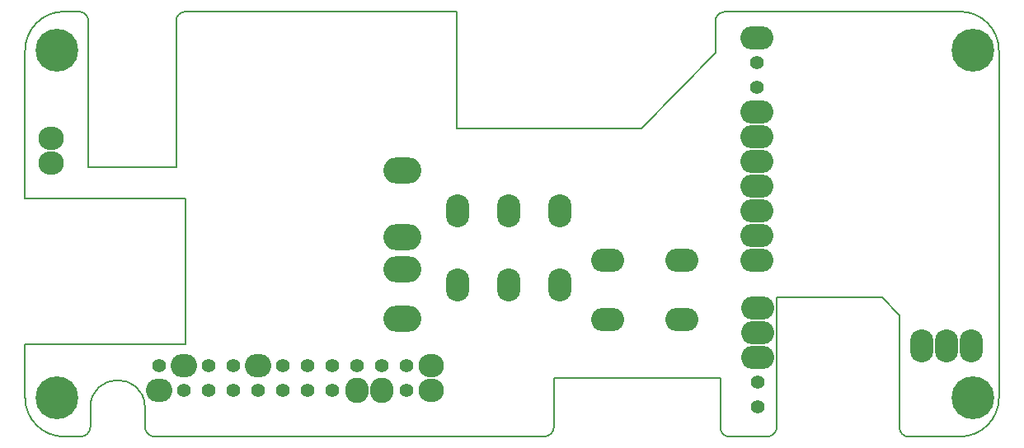
<source format=gts>
%TF.GenerationSoftware,KiCad,Pcbnew,(5.0.0)*%
%TF.CreationDate,2019-07-13T01:50:26+02:00*%
%TF.ProjectId,Gnu vario V1.10,476E7520766172696F2056312E31302E,V 1.10*%
%TF.SameCoordinates,Original*%
%TF.FileFunction,Soldermask,Top*%
%TF.FilePolarity,Negative*%
%FSLAX46Y46*%
G04 Gerber Fmt 4.6, Leading zero omitted, Abs format (unit mm)*
G04 Created by KiCad (PCBNEW (5.0.0)) date 07/13/19 01:50:26*
%MOMM*%
%LPD*%
G01*
G04 APERTURE LIST*
%ADD10C,0.150000*%
%ADD11O,3.900000X2.700000*%
%ADD12C,4.400000*%
%ADD13O,3.400000X2.400000*%
%ADD14O,2.400000X3.400000*%
%ADD15C,1.400000*%
%ADD16O,2.600000X2.400000*%
%ADD17O,2.700000X2.400000*%
%ADD18O,2.400000X2.600000*%
G04 APERTURE END LIST*
D10*
X162700000Y-95300000D02*
X173500000Y-95300000D01*
X162700000Y-108600000D02*
G75*
G02X161700000Y-109600000I-1000000J0D01*
G01*
X176200000Y-109600000D02*
G75*
G02X175300000Y-108700000I0J900000D01*
G01*
X175300000Y-97100000D02*
X175300000Y-108700000D01*
X173500000Y-95300000D02*
X175300000Y-97100000D01*
X162700000Y-95300000D02*
X162700000Y-108600000D01*
X157800000Y-109600000D02*
G75*
G02X156900000Y-108700000I0J900000D01*
G01*
X85500000Y-69900000D02*
X85500000Y-85100000D01*
X102000000Y-100100000D02*
X85500000Y-100100000D01*
X102000000Y-85100000D02*
X102000000Y-100100000D01*
X101000000Y-85100000D02*
X102000000Y-85100000D01*
X101000000Y-85100000D02*
X85500000Y-85100000D01*
X148800000Y-77900000D02*
X156400000Y-70100000D01*
X129800000Y-77900000D02*
X148800000Y-77900000D01*
X129800000Y-65900000D02*
X129800000Y-77900000D01*
X157800000Y-109600000D02*
X161700000Y-109600000D01*
X175700000Y-65900000D02*
X162400000Y-65900000D01*
X162400000Y-65900000D02*
X157400000Y-65900000D01*
X156402857Y-66600886D02*
G75*
G02X157400000Y-65900000I952331J-295115D01*
G01*
X156400000Y-66600000D02*
X156400000Y-70100000D01*
X98800000Y-109600000D02*
G75*
G02X97800000Y-108600000I0J1000000D01*
G01*
X92198215Y-108600000D02*
G75*
G02X91198215Y-109600000I-1000000J0D01*
G01*
X92198215Y-106600000D02*
G75*
G02X97800000Y-106500000I2801785J0D01*
G01*
X97800000Y-108600000D02*
X97800000Y-106500000D01*
X92200000Y-108600000D02*
X92198215Y-106600000D01*
X139800000Y-108600000D02*
G75*
G02X138800000Y-109600000I-1000000J0D01*
G01*
X101000000Y-66900000D02*
G75*
G02X102000000Y-65900000I1000000J0D01*
G01*
X91000000Y-65900000D02*
G75*
G02X92000000Y-66900000I0J-1000000D01*
G01*
X85500000Y-69900000D02*
G75*
G02X89500000Y-65900000I4000000J0D01*
G01*
X89500000Y-109600000D02*
G75*
G02X85500000Y-105600000I0J4000000D01*
G01*
X185500000Y-105600000D02*
G75*
G02X181500000Y-109600000I-4000000J0D01*
G01*
X181500000Y-65900000D02*
G75*
G02X185500000Y-69900000I0J-4000000D01*
G01*
X156900000Y-103600000D02*
X139800000Y-103600000D01*
X139800000Y-103600000D02*
X139800000Y-108600000D01*
X156900000Y-108700000D02*
X156900000Y-103600000D01*
X138800000Y-109600000D02*
X98800000Y-109600000D01*
X181500000Y-109600000D02*
X176200000Y-109600000D01*
X185500000Y-69900000D02*
X185500000Y-105600000D01*
X175700000Y-65900000D02*
X181500000Y-65900000D01*
X102000000Y-65900000D02*
X129800000Y-65900000D01*
X101000000Y-81900000D02*
X101000000Y-66900000D01*
X92000000Y-81900000D02*
X101000000Y-81900000D01*
X92000000Y-66900000D02*
X92000000Y-81900000D01*
X89500000Y-65900000D02*
X91000000Y-65900000D01*
X85500000Y-105600000D02*
X85500000Y-100100000D01*
X91200000Y-109600000D02*
X89500000Y-109600000D01*
D11*
X124210000Y-97470000D03*
X124210000Y-92390000D03*
X124200000Y-89060000D03*
X124210000Y-82230000D03*
D12*
X182800000Y-105600000D03*
X182800000Y-69900000D03*
X88800000Y-69900000D03*
X88800000Y-105600000D03*
D13*
X152950000Y-91510000D03*
X145330000Y-91510000D03*
D14*
X129870000Y-94040000D03*
X129870000Y-86420000D03*
X135130000Y-94040000D03*
X135130000Y-86420000D03*
X140390000Y-94040000D03*
X140390000Y-86420000D03*
D13*
X152950000Y-97570000D03*
X145330000Y-97570000D03*
X160660000Y-68600000D03*
X160660000Y-76220000D03*
X160660000Y-83840000D03*
X160660000Y-78760000D03*
X160660000Y-81300000D03*
X160660000Y-91460000D03*
X160660000Y-88920000D03*
X160660000Y-86380000D03*
D15*
X160660000Y-73680000D03*
X160660000Y-71140000D03*
D13*
X160700000Y-98960000D03*
X160700000Y-101500000D03*
X160700000Y-96420000D03*
D15*
X160700000Y-104040000D03*
X160700000Y-106580000D03*
D16*
X88200000Y-81500000D03*
X88200000Y-78960000D03*
D15*
X99244546Y-102344532D03*
X104324546Y-102344532D03*
X106864546Y-102344532D03*
X124644546Y-104884532D03*
X124644546Y-102344532D03*
X122104546Y-102344532D03*
X111944546Y-102344532D03*
X114484546Y-102344532D03*
X119564546Y-102344532D03*
X117024546Y-102344532D03*
X117024546Y-104884532D03*
X114484546Y-104884532D03*
X111944546Y-104884532D03*
X109404546Y-104884532D03*
X106864546Y-104884532D03*
X104324546Y-104884532D03*
X101784546Y-104884532D03*
D16*
X127184546Y-102334532D03*
X127184546Y-104874532D03*
D17*
X99244546Y-104884532D03*
D18*
X122104546Y-104874532D03*
X119564546Y-104874532D03*
D17*
X109404546Y-102334532D03*
X101784546Y-102334532D03*
D14*
X177580000Y-100240000D03*
X180120000Y-100240000D03*
X182660000Y-100240000D03*
M02*

</source>
